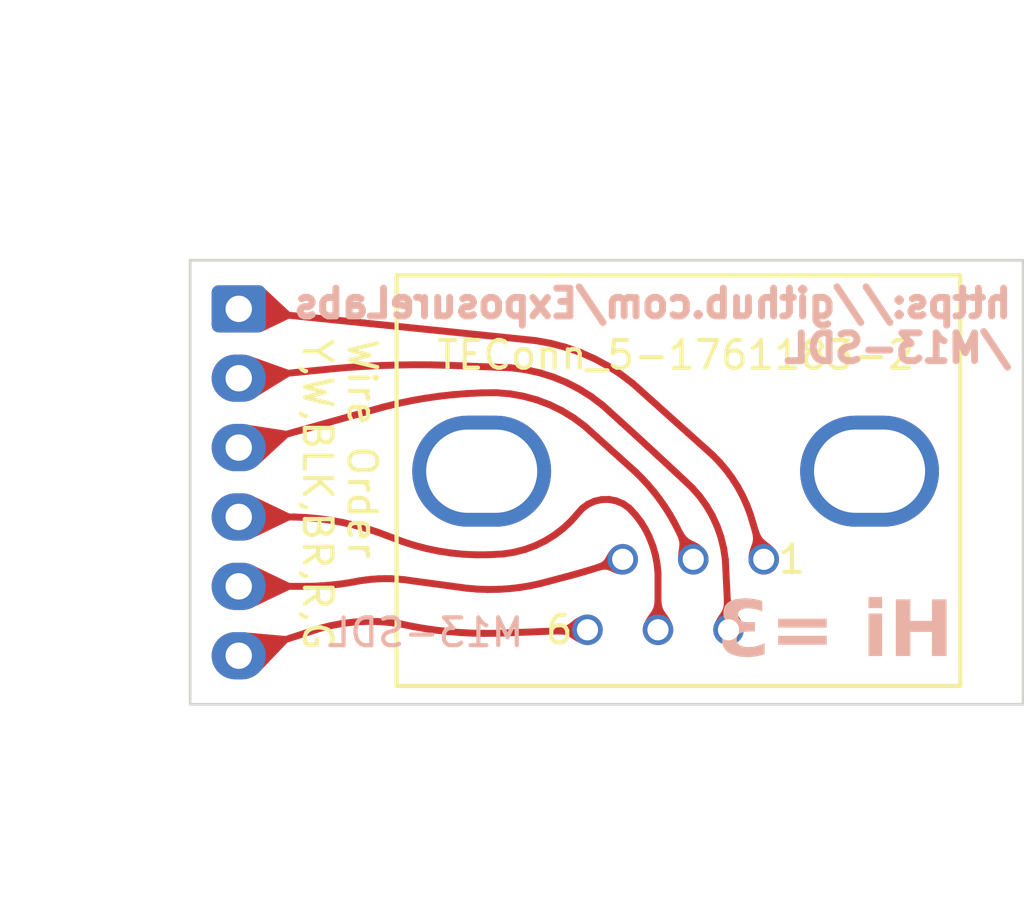
<source format=kicad_pcb>
(kicad_pcb (version 20221018) (generator pcbnew)
  (title_block (title "M13-SDL") (rev "1") (company "N/A"))
  (layers (0 "F.Cu" signal) (31 "B.Cu" signal) (34 "B.Paste" user) (35 "F.Paste" user) (36 "B.SilkS" user "B.Silkscreen") (37 "F.SilkS" user "F.Silkscreen") (38 "B.Mask" user) (39 "F.Mask" user) (44 "Edge.Cuts" user))
  (net 0 "")
  (net 1 "M_CLK")
  (net 2 "KB_DATA")
  (net 3 "GND")
  (net 4 "KB_CLK")
  (net 5 "+5V")
  (net 6 "M_DATA")
  (footprint "Library:JST_EH_B6B-EH-A_1x06_P2.50mm_Vertical" (layer "F.Cu") (at 130.25 94.75 -90)
    (fp_text reference "REF**" hide)
    (fp_text value "JST_EH_B6B-EH-A_1x06_P2.50mm_Vertical")
    (pad "1" thru_hole roundrect (at 0 0 270) (size 1.7 1.95) (drill 0.95) (layers "*.Cu" "*.Mask") (roundrect_rratio 0.1470588235) (net 1 "M_CLK"))
    (pad "2" thru_hole oval (at 2.5 0 270) (size 1.7 1.95) (drill 0.95) (layers "*.Cu" "*.Mask") (net 2 "KB_DATA"))
    (pad "3" thru_hole oval (at 5 0 270) (size 1.7 1.95) (drill 0.95) (layers "*.Cu" "*.Mask") (net 3 "GND"))
    (pad "4" thru_hole oval (at 7.5 0 270) (size 1.7 1.95) (drill 0.95) (layers "*.Cu" "*.Mask") (net 4 "KB_CLK"))
    (pad "5" thru_hole oval (at 10 0 270) (size 1.7 1.95) (drill 0.95) (layers "*.Cu" "*.Mask") (net 5 "+5V"))
    (pad "6" thru_hole oval (at 12.5 0 270) (size 1.7 1.95) (drill 0.95) (layers "*.Cu" "*.Mask") (net 6 "M_DATA"))
  )
  (footprint "Library:CONN_1-1761185-2_TYC" (layer "F.Cu") (at 142.81 106.315)
    (fp_text reference "REF**" hide)
    (fp_text value "TEConn_5-1761183-2" (at 3.175 -9.9 unlocked) (layer "F.SilkS"))
    (fp_text user "1" (at 7.366 -2.54 unlocked) (layer "F.SilkS"))
    (fp_text user "6" (at -1.016 0 unlocked) (layer "F.SilkS"))
    (fp_line (start -6.875 2.025) (end -6.875 -12.775) (stroke (width 0.1524)) (layer "F.SilkS"))
    (fp_line (start -6.875 2.025) (end 13.425 2.025) (stroke (width 0.1524)) (layer "F.SilkS"))
    (fp_line (start 13.425 -12.775) (end -6.875 -12.775) (stroke (width 0.1524)) (layer "F.SilkS"))
    (fp_line (start 13.425 2.025) (end 13.425 -12.775) (stroke (width 0.1524)) (layer "F.SilkS"))
    (pad "1" thru_hole circle (at 6.35 -2.54) (size 1.1 1.1) (drill 0.762) (layers "*.Cu" "*.Mask") (net 1 "M_CLK"))
    (pad "3" thru_hole circle (at 3.81 -2.54) (size 1.1 1.1) (drill 0.762) (layers "*.Cu" "*.Mask") (net 3 "GND"))
    (pad "3" thru_hole circle (at 5.08 0) (size 1.1 1.1) (drill 0.762) (layers "*.Cu" "*.Mask") (net 3 "GND"))
    (pad "4" thru_hole circle (at 2.54 0) (size 1.1 1.1) (drill 0.762) (layers "*.Cu" "*.Mask") (net 4 "KB_CLK"))
    (pad "5" thru_hole circle (at 1.27 -2.54) (size 1.1 1.1) (drill 0.762) (layers "*.Cu" "*.Mask") (net 5 "+5V"))
    (pad "6" thru_hole circle (at 0 0) (size 1.1 1.1) (drill 0.762) (layers "*.Cu" "*.Mask") (net 6 "M_DATA"))
    (pad "13" thru_hole oval (at -3.81 -5.715) (size 5 4) (drill oval 4 3) (layers "*.Cu" "*.Mask"))
    (pad "14" thru_hole oval (at 10.16 -5.715) (size 5 4) (drill oval 4 3) (layers "*.Cu" "*.Mask"))
  )
  (gr_line (start 158.5 93) (end 158.5 109) (stroke (width 0.1)) (layer "Edge.Cuts"))
  (gr_line (start 128.5 93) (end 158.5 93) (stroke (width 0.1)) (layer "Edge.Cuts"))
  (gr_line (start 158.5 109) (end 128.5 109) (stroke (width 0.1)) (layer "Edge.Cuts"))
  (gr_line (start 128.5 109) (end 128.5 93) (stroke (width 0.1)) (layer "Edge.Cuts"))
  (gr_text "M13-SDL\n" (at 140.6 107) (layer "B.SilkS") (effects (font (size 1 1)) (justify left bottom mirror)))
  (gr_text "https://github.com/ExposureLabs\n/M13-SDL" (at 158.2 96.75) (layer "B.SilkS") (effects (font (size 1 1) (thickness 0.25) bold) (justify left bottom mirror)))
  (gr_text "Hi =3" (at 156 107.6) (layer "B.SilkS") (effects (font (size 2 2) (thickness 0.3) bold) (justify left bottom mirror)))
  (gr_text "Wire Order\nY,W,BLK,BR,R,G" (at 132.5 95.75 270) (layer "F.SilkS") (effects (font (size 1 1)) (justify left bottom)))
  (segment (start 130.330942 94.803178) (end 140.951197 95.894587) (width 0.25) (layer "F.Cu") (net 1))
  (segment (start 144.006455 97.106162) (end 144.445604 97.44185) (width 0.25) (layer "F.Cu") (net 1))
  (segment (start 147.810485 100.561722) (end 147.574192 100.282498) (width 0.25) (layer "F.Cu") (net 1))
  (segment (start 144.006455 97.106162) (end 143.542303 96.805996) (width 0.25) (layer "F.Cu") (net 1))
  (segment (start 143.056012 96.543205) (end 143.542303 96.805996) (width 0.25) (layer "F.Cu") (net 1))
  (segment (start 142.02915 96.135998) (end 142.550588 96.319412) (width 0.25) (layer "F.Cu") (net 1))
  (segment (start 148.027081 100.856487) (end 148.222959 101.165408) (width 0.25) (layer "F.Cu") (net 1))
  (segment (start 148.548977 101.819842) (end 148.397197 101.48703) (width 0.25) (layer "F.Cu") (net 1))
  (segment (start 142.02915 96.135998) (end 141.49492 95.994098) (width 0.25) (layer "F.Cu") (net 1))
  (segment (start 148.548977 101.819842) (end 148.677584 102.162275) (width 0.25) (layer "F.Cu") (net 1))
  (segment (start 140.951197 95.894587) (end 141.49492 95.994098) (width 0.25) (layer "F.Cu") (net 1))
  (segment (start 130.322593 94.801592) (end 130.330942 94.803178) (width 0.25) (layer "F.Cu") (net 1))
  (segment (start 147.319312 100.02013) (end 147.574192 100.282498) (width 0.25) (layer "F.Cu") (net 1))
  (segment (start 130.306453 94.796317) (end 130.314411 94.799299) (width 0.25) (layer "F.Cu") (net 1))
  (segment (start 130.291445 94.788377) (end 130.284502 94.783477) (width 0.25) (layer "F.Cu") (net 1))
  (segment (start 142.550588 96.319412) (end 143.056012 96.543205) (width 0.25) (layer "F.Cu") (net 1))
  (segment (start 147.810485 100.561722) (end 148.027081 100.856487) (width 0.25) (layer "F.Cu") (net 1))
  (segment (start 130.322593 94.801592) (end 130.314411 94.799299) (width 0.25) (layer "F.Cu") (net 1))
  (segment (start 148.677584 102.162275) (end 149.16 103.775) (width 0.25) (layer "F.Cu") (net 1))
  (segment (start 130.291445 94.788377) (end 130.298779 94.792668) (width 0.25) (layer "F.Cu") (net 1))
  (segment (start 130.278003 94.778003) (end 130.284502 94.783477) (width 0.25) (layer "F.Cu") (net 1))
  (segment (start 148.222959 101.165408) (end 148.397197 101.48703) (width 0.25) (layer "F.Cu") (net 1))
  (segment (start 130.278003 94.778003) (end 130.25 94.75) (width 0.25) (layer "F.Cu") (net 1))
  (segment (start 130.306453 94.796317) (end 130.298779 94.792668) (width 0.25) (layer "F.Cu") (net 1))
  (segment (start 144.445604 97.44185) (end 147.319312 100.02013) (width 0.25) (layer "F.Cu") (net 1))
  (segment (start 136.57848 96.765945) (end 135.994413 96.773381) (width 0.25) (layer "F.Cu") (net 2))
  (segment (start 145.943198 100.597928) (end 145.629068 100.305055) (width 0.25) (layer "F.Cu") (net 2))
  (segment (start 137.162588 96.768772) (end 137.746557 96.781861) (width 0.25) (layer "F.Cu") (net 2))
  (segment (start 146.851146 101.505776) (end 147.094475 101.843686) (width 0.25) (layer "F.Cu") (net 2))
  (segment (start 142.04611 97.399514) (end 142.50687 97.636559) (width 0.25) (layer "F.Cu") (net 2))
  (segment (start 146.576611 101.192692) (end 146.851146 101.505776) (width 0.25) (layer "F.Cu") (net 2))
  (segment (start 145.943198 100.597928) (end 146.256637 100.891541) (width 0.25) (layer "F.Cu") (net 2))
  (segment (start 147.715793 103.378788) (end 147.775994 103.790816) (width 0.25) (layer "F.Cu") (net 2))
  (segment (start 142.945281 97.912758) (end 142.50687 97.636559) (width 0.25) (layer "F.Cu") (net 2))
  (segment (start 137.162588 96.768772) (end 136.57848 96.765945) (width 0.25) (layer "F.Cu") (net 2))
  (segment (start 133.662154 96.905653) (end 130.25 97.25) (width 0.25) (layer "F.Cu") (net 2))
  (segment (start 147.715793 103.378788) (end 147.616455 102.974408) (width 0.25) (layer "F.Cu") (net 2))
  (segment (start 141.071637 97.049754) (end 141.566488 97.203417) (width 0.25) (layer "F.Cu") (net 2))
  (segment (start 147.478892 102.581384) (end 147.616455 102.974408) (width 0.25) (layer "F.Cu") (net 2))
  (segment (start 134.244258 96.857222) (end 133.662154 96.905653) (width 0.25) (layer "F.Cu") (net 2))
  (segment (start 142.04611 97.399514) (end 141.566488 97.203417) (width 0.25) (layer "F.Cu") (net 2))
  (segment (start 144.661372 99.411356) (end 144.983625 99.707572) (width 0.25) (layer "F.Cu") (net 2))
  (segment (start 144.661372 99.411356) (end 144.338423 99.1159) (width 0.25) (layer "F.Cu") (net 2))
  (segment (start 135.410568 96.791076) (end 135.994413 96.773381) (width 0.25) (layer "F.Cu") (net 2))
  (segment (start 142.945281 97.912758) (end 143.358024 98.226021) (width 0.25) (layer "F.Cu") (net 2))
  (segment (start 144.014779 98.821206) (end 143.358024 98.226021) (width 0.25) (layer "F.Cu") (net 2))
  (segment (start 140.565301 96.939688) (end 141.071637 97.049754) (width 0.25) (layer "F.Cu") (net 2))
  (segment (start 135.410568 96.791076) (end 134.827123 96.819026) (width 0.25) (layer "F.Cu") (net 2))
  (segment (start 145.314249 100.012923) (end 145.629068 100.305055) (width 0.25) (layer "F.Cu") (net 2))
  (segment (start 144.983625 99.707572) (end 145.314249 100.012923) (width 0.25) (layer "F.Cu") (net 2))
  (segment (start 137.746557 96.781861) (end 140.051315 96.874051) (width 0.25) (layer "F.Cu") (net 2))
  (segment (start 134.244258 96.857222) (end 134.827123 96.819026) (width 0.25) (layer "F.Cu") (net 2))
  (segment (start 144.014779 98.821206) (end 144.338423 99.1159) (width 0.25) (layer "F.Cu") (net 2))
  (segment (start 140.051315 96.874051) (end 140.565301 96.939688) (width 0.25) (layer "F.Cu") (net 2))
  (segment (start 147.775994 103.790816) (end 147.9 106.305) (width 0.25) (layer "F.Cu") (net 2))
  (segment (start 147.094475 101.843686) (end 147.304365 102.203321) (width 0.25) (layer "F.Cu") (net 2))
  (segment (start 146.576611 101.192692) (end 146.256637 100.891541) (width 0.25) (layer "F.Cu") (net 2))
  (segment (start 147.304365 102.203321) (end 147.478892 102.581384) (width 0.25) (layer "F.Cu") (net 2))
  (segment (start 147.9 106.305) (end 147.89 106.315) (width 0.25) (layer "B.Cu") (net 2))
  (segment (start 130.3 97.2) (end 130.25 97.25) (width 0.25) (layer "B.Cu") (net 2))
  (segment (start 140.980361 98.028798) (end 141.443401 98.203471) (width 0.25) (layer "F.Cu") (net 3))
  (segment (start 146.629013 104.020984) (end 146.626697 104.022532) (width 0) (layer "F.Cu") (net 3))
  (segment (start 145.593742 101.875351) (end 145.770568 102.154144) (width 0.25) (layer "F.Cu") (net 3))
  (segment (start 136.964021 97.971177) (end 137.486693 97.89603) (width 0.25) (layer "F.Cu") (net 3))
  (segment (start 140.015688 97.812132) (end 139.522426 97.772017) (width 0.25) (layer "F.Cu") (net 3))
  (segment (start 137.991391 97.840233) (end 138.497642 97.80096) (width 0.25) (layer "F.Cu") (net 3))
  (segment (start 146.629013 104.020984) (end 146.7 103.95) (width 0) (layer "F.Cu") (net 3))
  (segment (start 136.456069 98.061239) (end 135.951333 98.167854) (width 0.25) (layer "F.Cu") (net 3))
  (segment (start 144.530921 100.616757) (end 144.765892 100.848667) (width 0.25) (layer "F.Cu") (net 3))
  (segment (start 144.530921 100.616757) (end 142.707687 98.973595) (width 0.25) (layer "F.Cu") (net 3))
  (segment (start 144.990109 101.09099) (end 145.203111 101.343227) (width 0.25) (layer "F.Cu") (net 3))
  (segment (start 145.770568 102.154144) (end 145.934574 102.440667) (width 0.25) (layer "F.Cu") (net 3))
  (segment (start 146.610984 104.020984) (end 146.6133 104.022532) (width 0.25) (layer "F.Cu") (net 3))
  (segment (start 142.310828 98.677928) (end 142.707687 98.973595) (width 0.25) (layer "F.Cu") (net 3))
  (segment (start 145.934574 102.440667) (end 146.62 103.775) (width 0.25) (layer "F.Cu") (net 3))
  (segment (start 145.404459 101.604859) (end 145.593742 101.875351) (width 0.25) (layer "F.Cu") (net 3))
  (segment (start 136.964021 97.971177) (end 136.456069 98.061239) (width 0.25) (layer "F.Cu") (net 3))
  (segment (start 146.615874 104.023598) (end 146.6133 104.022532) (width 0.25) (layer "F.Cu") (net 3))
  (segment (start 141.443401 98.203471) (end 141.888176 98.420476) (width 0.25) (layer "F.Cu") (net 3))
  (segment (start 146.610984 104.020984) (end 146.6 104.01) (width 0.25) (layer "F.Cu") (net 3))
  (segment (start 146.624123 104.023598) (end 146.626697 104.022532) (width 0) (layer "F.Cu") (net 3))
  (segment (start 144.765892 100.848667) (end 144.990109 101.09099) (width 0.25) (layer "F.Cu") (net 3))
  (segment (start 135.45035 98.290907) (end 130.25 99.75) (width 0.25) (layer "F.Cu") (net 3))
  (segment (start 145.404459 101.604859) (end 145.203111 101.343227) (width 0.25) (layer "F.Cu") (net 3))
  (segment (start 139.004907 97.778252) (end 139.522426 97.772017) (width 0.25) (layer "F.Cu") (net 3))
  (segment (start 146.621392 104.024142) (end 146.618605 104.024142) (width 0.25) (layer "F.Cu") (net 3))
  (segment (start 137.991391 97.840233) (end 137.486693 97.89603) (width 0.25) (layer "F.Cu") (net 3))
  (segment (start 135.951333 98.167854) (end 135.45035 98.290907) (width 0.25) (layer "F.Cu") (net 3))
  (segment (start 146.624123 104.023598) (end 146.621392 104.024142) (width 0) (layer "F.Cu") (net 3))
  (segment (start 139.004907 97.778252) (end 138.497642 97.80096) (width 0.25) (layer "F.Cu") (net 3))
  (segment (start 140.503076 97.897973) (end 140.015688 97.812132) (width 0.25) (layer "F.Cu") (net 3))
  (segment (start 142.310828 98.677928) (end 141.888176 98.420476) (width 0.25) (layer "F.Cu") (net 3))
  (segment (start 146.615874 104.023598) (end 146.618605 104.024142) (width 0.25) (layer "F.Cu") (net 3))
  (segment (start 140.503076 97.897973) (end 140.980361 98.028798) (width 0.25) (layer "F.Cu") (net 3))
  (segment (start 145.318913 103.949181) (end 145.35 104.280937) (width 0.25) (layer "F.Cu") (net 4))
  (segment (start 132.244507 102.25) (end 130.25 102.25) (width 0.25) (layer "F.Cu") (net 4))
  (segment (start 133.120315 102.309238) (end 133.555332 102.368357) (width 0.25) (layer "F.Cu") (net 4))
  (segment (start 140.174232 103.520629) (end 140.556095 103.421532) (width 0.25) (layer "F.Cu") (net 4))
  (segment (start 142.826636 101.791566) (end 143.067254 101.680917) (width 0.25) (layer "F.Cu") (net 4))
  (segment (start 145.35 104.280937) (end 145.35 106.315) (width 0.25) (layer "F.Cu") (net 4))
  (segment (start 133.987249 102.446995) (end 134.415187 102.544994) (width 0.25) (layer "F.Cu") (net 4))
  (segment (start 145.164834 103.301567) (end 145.027662 102.951773) (width 0.25) (layer "F.Cu") (net 4))
  (segment (start 141.617119 102.90596) (end 141.281103 103.112678) (width 0.25) (layer "F.Cu") (net 4))
  (segment (start 144.309984 101.927878) (end 144.542154 102.178377) (width 0.25) (layer "F.Cu") (net 4))
  (segment (start 141.281103 103.112678) (end 140.926265 103.285101) (width 0.25) (layer "F.Cu") (net 4))
  (segment (start 136.170797 103.142897) (end 136.594144 103.277681) (width 0.25) (layer "F.Cu") (net 4))
  (segment (start 144.542154 102.178377) (end 144.727875 102.420658) (width 0.25) (layer "F.Cu") (net 4))
  (segment (start 145.318913 103.949181) (end 145.257011 103.621773) (width 0.25) (layer "F.Cu") (net 4))
  (segment (start 137.898103 103.547862) (end 137.458964 103.480437) (width 0.25) (layer "F.Cu") (net 4))
  (segment (start 143.590413 101.619201) (end 143.325596 101.622616) (width 0.25) (layer "F.Cu") (net 4))
  (segment (start 137.023919 103.390296) (end 137.458964 103.480437) (width 0.25) (layer "F.Cu") (net 4))
  (segment (start 140.926265 103.285101) (end 140.556095 103.421532) (width 0.25) (layer "F.Cu") (net 4))
  (segment (start 143.850172 101.670822) (end 143.590413 101.619201) (width 0.25) (layer "F.Cu") (net 4))
  (segment (start 145.164834 103.301567) (end 145.257011 103.621773) (width 0.25) (layer "F.Cu") (net 4))
  (segment (start 133.120315 102.309238) (end 132.683078 102.269759) (width 0.25) (layer "F.Cu") (net 4))
  (segment (start 139.228198 103.61232) (end 139.784432 103.581418) (width 0.25) (layer "F.Cu") (net 4))
  (segment (start 144.093563 101.77523) (end 144.309984 101.927878) (width 0.25) (layer "F.Cu") (net 4))
  (segment (start 144.727875 102.420658) (end 144.890183 102.679208) (width 0.25) (layer "F.Cu") (net 4))
  (segment (start 134.838281 102.662155) (end 135.255673 102.79824) (width 0.25) (layer "F.Cu") (net 4))
  (segment (start 136.170797 103.142897) (end 135.255673 102.79824) (width 0.25) (layer "F.Cu") (net 4))
  (segment (start 133.987249 102.446995) (end 133.555332 102.368357) (width 0.25) (layer "F.Cu") (net 4))
  (segment (start 144.890183 102.679208) (end 145.027662 102.951773) (width 0.25) (layer "F.Cu") (net 4))
  (segment (start 142.219685 102.398081) (end 141.931008 102.666977) (width 0.25) (layer "F.Cu") (net 4))
  (segment (start 143.325596 101.622616) (end 143.067254 101.680917) (width 0.25) (layer "F.Cu") (net 4))
  (segment (start 134.415187 102.544994) (end 134.838281 102.662155) (width 0.25) (layer "F.Cu") (net 4))
  (segment (start 141.617119 102.90596) (end 141.931008 102.666977) (width 0.25) (layer "F.Cu") (net 4))
  (segment (start 140.174232 103.520629) (end 139.784432 103.581418) (width 0.25) (layer "F.Cu") (net 4))
  (segment (start 142.219685 102.398081) (end 142.614222 101.949743) (width 0.25) (layer "F.Cu") (net 4))
  (segment (start 132.683078 102.269759) (end 132.244507 102.25) (width 0.25) (layer "F.Cu") (net 4))
  (segment (start 144.093563 101.77523) (end 143.850172 101.670822) (width 0.25) (layer "F.Cu") (net 4))
  (segment (start 138.783916 103.613892) (end 139.228198 103.61232) (width 0.25) (layer "F.Cu") (net 4))
  (segment (start 137.898103 103.547862) (end 138.340151 103.592387) (width 0.25) (layer "F.Cu") (net 4))
  (segment (start 136.594144 103.277681) (end 137.023919 103.390296) (width 0.25) (layer "F.Cu") (net 4))
  (segment (start 142.826636 101.791566) (end 142.614222 101.949743) (width 0.25) (layer "F.Cu") (net 4))
  (segment (start 138.783916 103.613892) (end 138.340151 103.592387) (width 0.25) (layer "F.Cu") (net 4))
  (segment (start 145.4 106.265) (end 145.35 106.315) (width 0.25) (layer "B.Cu") (net 4))
  (segment (start 133.896046 104.667825) (end 133.663477 104.695127) (width 0.25) (layer "F.Cu") (net 5))
  (segment (start 139.216124 104.863015) (end 139.599186 104.858027) (width 0.25) (layer "F.Cu") (net 5))
  (segment (start 130.283182 104.75) (end 132.725928 104.75) (width 0.25) (layer "F.Cu") (net 5))
  (segment (start 130.273463 104.726534) (end 130.3 104.7) (width 0.25) (layer "F.Cu") (net 5))
  (segment (start 130.270566 104.734628) (end 130.270992 104.738952) (width 0.25) (layer "F.Cu") (net 5))
  (segment (start 134.82047 104.51921) (end 135.052492 104.494441) (width 0.25) (layer "F.Cu") (net 5))
  (segment (start 140.362223 104.791247) (end 139.981531 104.834084) (width 0.25) (layer "F.Cu") (net 5))
  (segment (start 134.82047 104.51921) (end 134.589634 104.553311) (width 0.25) (layer "F.Cu") (net 5))
  (segment (start 135.751903 104.476443) (end 135.984891 104.489247) (width 0.25) (layer "F.Cu") (net 5))
  (segment (start 142.716364 104.214455) (end 142.554534 104.261533) (width 0.25) (layer "F.Cu") (net 5))
  (segment (start 132.960541 104.744514) (end 133.194961 104.733548) (width 0.25) (layer "F.Cu") (net 5))
  (segment (start 130.272655 104.742966) (end 130.275412 104.746324) (width 0.25) (layer "F.Cu") (net 5))
  (segment (start 142.877838 104.166166) (end 142.716364 104.214455) (width 0.25) (layer "F.Cu") (net 5))
  (segment (start 138.451607 104.816127) (end 138.833285 104.849037) (width 0.25) (layer "F.Cu") (net 5))
  (segment (start 143.038944 104.116667) (end 142.877838 104.166166) (width 0.25) (layer "F.Cu") (net 5))
  (segment (start 135.285324 104.479042) (end 135.052492 104.494441) (width 0.25) (layer "F.Cu") (net 5))
  (segment (start 135.751903 104.476443) (end 135.518587 104.47304) (width 0.25) (layer "F.Cu") (net 5))
  (segment (start 136.217175 104.511431) (end 138.451607 104.816127) (width 0.25) (layer "F.Cu") (net 5))
  (segment (start 130.273463 104.726534) (end 130.271414 104.730366) (width 0.25) (layer "F.Cu") (net 5))
  (segment (start 134.589634 104.553311) (end 134.358952 104.596953) (width 0.25) (layer "F.Cu") (net 5))
  (segment (start 142.392354 104.307395) (end 142.554534 104.261533) (width 0.25) (layer "F.Cu") (net 5))
  (segment (start 132.960541 104.744514) (end 132.725928 104.75) (width 0.25) (layer "F.Cu") (net 5))
  (segment (start 143.038944 104.116667) (end 143.199675 104.065963) (width 0.25) (layer "F.Cu") (net 5))
  (segment (start 139.981531 104.834084) (end 139.599186 104.858027) (width 0.25) (layer "F.Cu") (net 5))
  (segment (start 130.279024 104.748738) (end 130.283182 104.75) (width 0.25) (layer "F.Cu") (net 5))
  (segment (start 140.362223 104.791247) (end 140.740327 104.729619) (width 0.25) (layer "F.Cu") (net 5))
  (segment (start 143.360021 104.014054) (end 143.199675 104.065963) (width 0.25) (layer "F.Cu") (net 5))
  (segment (start 133.663477 104.695127) (end 133.429061 104.717107) (width 0.25) (layer "F.Cu") (net 5))
  (segment (start 143.360021 104.014054) (end 144.08 103.775) (width 0.25) (layer "F.Cu") (net 5))
  (segment (start 139.216124 104.863015) (end 138.833285 104.849037) (width 0.25) (layer "F.Cu") (net 5))
  (segment (start 130.272655 104.742966) (end 130.270992 104.738952) (width 0.25) (layer "F.Cu") (net 5))
  (segment (start 133.429061 104.717107) (end 133.194961 104.733548) (width 0.25) (layer "F.Cu") (net 5))
  (segment (start 135.984891 104.489247) (end 136.217175 104.511431) (width 0.25) (layer "F.Cu") (net 5))
  (segment (start 130.270566 104.734628) (end 130.271414 104.730366) (width 0.25) (layer "F.Cu") (net 5))
  (segment (start 142.229836 104.352041) (end 141.114918 104.649352) (width 0.25) (layer "F.Cu") (net 5))
  (segment (start 141.114918 104.649352) (end 140.740327 104.729619) (width 0.25) (layer "F.Cu") (net 5))
  (segment (start 134.358952 104.596953) (end 134.127913 104.635093) (width 0.25) (layer "F.Cu") (net 5))
  (segment (start 134.127913 104.635093) (end 133.896046 104.667825) (width 0.25) (layer "F.Cu") (net 5))
  (segment (start 135.518587 104.47304) (end 135.285324 104.479042) (width 0.25) (layer "F.Cu") (net 5))
  (segment (start 130.275412 104.746324) (end 130.279024 104.748738) (width 0.25) (layer "F.Cu") (net 5))
  (segment (start 142.392354 104.307395) (end 142.229836 104.352041) (width 0.25) (layer "F.Cu") (net 5))
  (segment (start 138.223811 106.413191) (end 138.65506 106.435686) (width 0.25) (layer "F.Cu") (net 6))
  (segment (start 134.400782 106.037436) (end 133.97954 106.088478) (width 0.25) (layer "F.Cu") (net 6))
  (segment (start 133.562481 106.166659) (end 133.97954 106.088478) (width 0.25) (layer "F.Cu") (net 6))
  (segment (start 134.824443 106.013747) (end 134.400782 106.037436) (width 0.25) (layer "F.Cu") (net 6))
  (segment (start 138.223811 106.413191) (end 137.789124 106.377335) (width 0.25) (layer "F.Cu") (net 6))
  (segment (start 135.671924 106.04871) (end 136.092195 106.107215) (width 0.25) (layer "F.Cu") (net 6))
  (segment (start 135.24875 106.01751) (end 134.824443 106.013747) (width 0.25) (layer "F.Cu") (net 6))
  (segment (start 136.938282 106.268192) (end 137.362879 106.329185) (width 0.25) (layer "F.Cu") (net 6))
  (segment (start 139.086791 106.445156) (end 139.518612 106.44159) (width 0.25) (layer "F.Cu") (net 6))
  (segment (start 135.24875 106.01751) (end 135.671924 106.04871) (width 0.25) (layer "F.Cu") (net 6))
  (segment (start 133.151352 106.271652) (end 130.3 107.2) (width 0.25) (layer "F.Cu") (net 6))
  (segment (start 136.515719 106.194411) (end 136.938282 106.268192) (width 0.25) (layer "F.Cu") (net 6))
  (segment (start 139.518612 106.44159) (end 142.81 106.315) (width 0.25) (layer "F.Cu") (net 6))
  (segment (start 137.362879 106.329185) (end 137.789124 106.377335) (width 0.25) (layer "F.Cu") (net 6))
  (segment (start 138.65506 106.435686) (end 139.086791 106.445156) (width 0.25) (layer "F.Cu") (net 6))
  (segment (start 133.562481 106.166659) (end 133.151352 106.271652) (width 0.25) (layer "F.Cu") (net 6))
  (segment (start 136.515719 106.194411) (end 136.092195 106.107215) (width 0.25) (layer "F.Cu") (net 6))
  (segment (start 130.3 107.2) (end 130.25 107.25) (width 0.25) (layer "B.Cu") (net 6))
)
</source>
